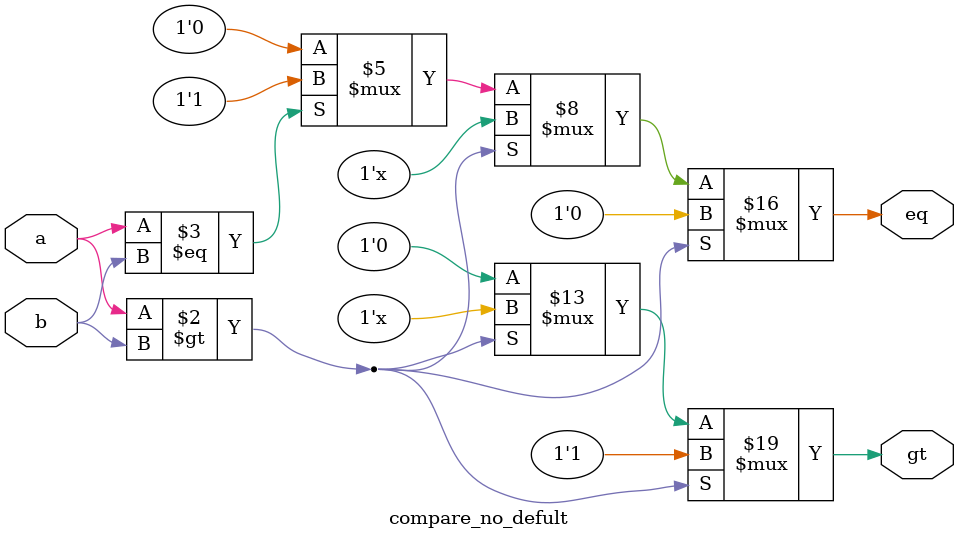
<source format=v>
module compare_no_defult
   (
    input wire a, b,
    output reg gt, eq
   );

   // - use @* to include all inputs in sensitivity list
   // - else branch cannot be omitted
   // - all outputs must be assigned in all branches
   always @*
      if (a > b)
         begin
            gt = 1'b1;
            eq = 1'b0;
         end
      else if (a == b)
         begin
            gt = 1'b0;
            eq = 1'b1;
         end
      else   // else branch cannot be omitted
         begin
            gt = 1'b0;
            eq = 1'b0;
         end

endmodule

</source>
